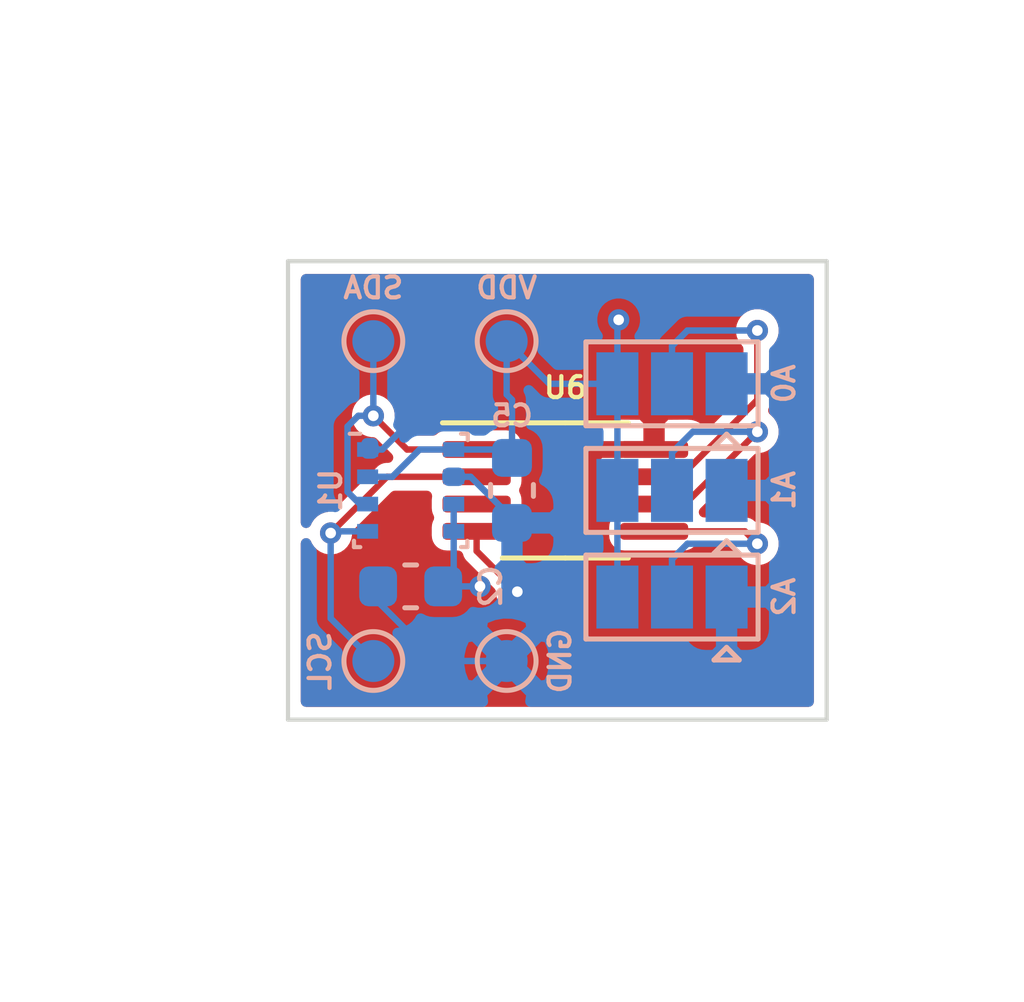
<source format=kicad_pcb>
(kicad_pcb (version 20171130) (host pcbnew "(5.1.10)-1")

  (general
    (thickness 0.8)
    (drawings 8)
    (tracks 66)
    (zones 0)
    (modules 11)
    (nets 9)
  )

  (page A4)
  (title_block
    (title "Perovskite Contact Board")
    (date 2023-07-20)
    (rev V3)
    (company "Aerospace eXperimental Payloads | UNL Aerospace Club")
    (comment 1 "Copyright (c) 2023")
    (comment 2 "Designer: JMMS")
    (comment 3 "Reviewer: WSA")
    (comment 4 "Approved: WSA")
  )

  (layers
    (0 F.Cu signal)
    (31 B.Cu signal)
    (32 B.Adhes user hide)
    (33 F.Adhes user)
    (34 B.Paste user)
    (35 F.Paste user)
    (36 B.SilkS user)
    (37 F.SilkS user)
    (38 B.Mask user)
    (39 F.Mask user)
    (40 Dwgs.User user hide)
    (41 Cmts.User user)
    (42 Eco1.User user hide)
    (43 Eco2.User user)
    (44 Edge.Cuts user)
    (45 Margin user hide)
    (46 B.CrtYd user)
    (47 F.CrtYd user)
    (48 B.Fab user hide)
    (49 F.Fab user hide)
  )

  (setup
    (last_trace_width 0.1524)
    (user_trace_width 0.1524)
    (user_trace_width 0.2286)
    (trace_clearance 0.1524)
    (zone_clearance 0.254)
    (zone_45_only no)
    (trace_min 0.1524)
    (via_size 0.8)
    (via_drill 0.4)
    (via_min_size 0.127)
    (via_min_drill 0.254)
    (user_via 0.508 0.254)
    (uvia_size 0.3)
    (uvia_drill 0.1)
    (uvias_allowed no)
    (uvia_min_size 0.2)
    (uvia_min_drill 0.1)
    (edge_width 0.1)
    (segment_width 0.2)
    (pcb_text_width 0.3)
    (pcb_text_size 1.5 1.5)
    (mod_edge_width 0.1)
    (mod_text_size 0.5 0.5)
    (mod_text_width 0.1)
    (pad_size 3.4 1.8)
    (pad_drill 0)
    (pad_to_mask_clearance 0)
    (aux_axis_origin 0 0)
    (visible_elements 7FFFFFFF)
    (pcbplotparams
      (layerselection 0x010fc_ffffffff)
      (usegerberextensions false)
      (usegerberattributes true)
      (usegerberadvancedattributes true)
      (creategerberjobfile true)
      (excludeedgelayer true)
      (linewidth 0.100000)
      (plotframeref false)
      (viasonmask false)
      (mode 1)
      (useauxorigin false)
      (hpglpennumber 1)
      (hpglpenspeed 20)
      (hpglpendiameter 15.000000)
      (psnegative false)
      (psa4output false)
      (plotreference true)
      (plotvalue true)
      (plotinvisibletext false)
      (padsonsilk false)
      (subtractmaskfromsilk false)
      (outputformat 1)
      (mirror false)
      (drillshape 0)
      (scaleselection 1)
      (outputdirectory "Gerbers"))
  )

  (net 0 "")
  (net 1 GND)
  (net 2 "Net-(U6-Pad3)")
  (net 3 VDDF)
  (net 4 "Net-(JP1-Pad2)")
  (net 5 "Net-(JP2-Pad2)")
  (net 6 "Net-(JP3-Pad2)")
  (net 7 SDA)
  (net 8 SCL)

  (net_class Default "This is the default net class."
    (clearance 0.1524)
    (trace_width 0.1524)
    (via_dia 0.8)
    (via_drill 0.4)
    (uvia_dia 0.3)
    (uvia_drill 0.1)
    (add_net GND)
    (add_net "Net-(JP1-Pad2)")
    (add_net "Net-(JP2-Pad2)")
    (add_net "Net-(JP3-Pad2)")
    (add_net "Net-(U6-Pad3)")
    (add_net SCL)
    (add_net SDA)
    (add_net VDDF)
  )

  (module Capacitor_SMD:C_0603_1608Metric (layer B.Cu) (tedit 5F68FEEE) (tstamp 65039ED2)
    (at 160.655 112.776 180)
    (descr "Capacitor SMD 0603 (1608 Metric), square (rectangular) end terminal, IPC_7351 nominal, (Body size source: IPC-SM-782 page 76, https://www.pcb-3d.com/wordpress/wp-content/uploads/ipc-sm-782a_amendment_1_and_2.pdf), generated with kicad-footprint-generator")
    (tags capacitor)
    (path /65045BA1)
    (attr smd)
    (fp_text reference C2 (at -1.905 0 90) (layer B.SilkS)
      (effects (font (size 0.5 0.5) (thickness 0.1)) (justify mirror))
    )
    (fp_text value 0.1u (at 0 -1.43) (layer B.Fab)
      (effects (font (size 1 1) (thickness 0.15)) (justify mirror))
    )
    (fp_text user %R (at 0 0) (layer B.Fab)
      (effects (font (size 0.4 0.4) (thickness 0.06)) (justify mirror))
    )
    (fp_line (start -0.8 -0.4) (end -0.8 0.4) (layer B.Fab) (width 0.1))
    (fp_line (start -0.8 0.4) (end 0.8 0.4) (layer B.Fab) (width 0.1))
    (fp_line (start 0.8 0.4) (end 0.8 -0.4) (layer B.Fab) (width 0.1))
    (fp_line (start 0.8 -0.4) (end -0.8 -0.4) (layer B.Fab) (width 0.1))
    (fp_line (start -0.14058 0.51) (end 0.14058 0.51) (layer B.SilkS) (width 0.12))
    (fp_line (start -0.14058 -0.51) (end 0.14058 -0.51) (layer B.SilkS) (width 0.12))
    (fp_line (start -1.48 -0.73) (end -1.48 0.73) (layer B.CrtYd) (width 0.05))
    (fp_line (start -1.48 0.73) (end 1.48 0.73) (layer B.CrtYd) (width 0.05))
    (fp_line (start 1.48 0.73) (end 1.48 -0.73) (layer B.CrtYd) (width 0.05))
    (fp_line (start 1.48 -0.73) (end -1.48 -0.73) (layer B.CrtYd) (width 0.05))
    (pad 2 smd roundrect (at 0.775 0 180) (size 0.9 0.95) (layers B.Cu B.Paste B.Mask) (roundrect_rratio 0.25)
      (net 1 GND))
    (pad 1 smd roundrect (at -0.775 0 180) (size 0.9 0.95) (layers B.Cu B.Paste B.Mask) (roundrect_rratio 0.25)
      (net 3 VDDF))
    (model ${KISYS3DMOD}/Capacitor_SMD.3dshapes/C_0603_1608Metric.wrl
      (at (xyz 0 0 0))
      (scale (xyz 1 1 1))
      (rotate (xyz 0 0 0))
    )
  )

  (module TestPoint:TestPoint_Pad_D1.0mm (layer B.Cu) (tedit 5A0F774F) (tstamp 6503A03A)
    (at 159.766 106.934)
    (descr "SMD pad as test Point, diameter 1.0mm")
    (tags "test point SMD pad")
    (path /64BA5ED3)
    (attr virtual)
    (fp_text reference JP103.12 (at 0 1.448) (layer F.Fab) hide
      (effects (font (size 0.5 0.5) (thickness 0.1)) (justify mirror))
    )
    (fp_text value Conn_01x01 (at 0 -1.55) (layer B.Fab)
      (effects (font (size 1 1) (thickness 0.15)) (justify mirror))
    )
    (fp_text user %R (at 0 1.45) (layer B.Fab)
      (effects (font (size 1 1) (thickness 0.15)) (justify mirror))
    )
    (fp_circle (center 0 0) (end 1 0) (layer B.CrtYd) (width 0.05))
    (fp_circle (center 0 0) (end 0 -0.7) (layer B.SilkS) (width 0.12))
    (pad 1 smd circle (at 0 0) (size 1 1) (layers B.Cu B.Mask)
      (net 7 SDA))
  )

  (module TestPoint:TestPoint_Pad_D1.0mm (layer B.Cu) (tedit 5A0F774F) (tstamp 64B95F95)
    (at 159.766 114.554)
    (descr "SMD pad as test Point, diameter 1.0mm")
    (tags "test point SMD pad")
    (path /64BA5848)
    (attr virtual)
    (fp_text reference JP103.11 (at 0 1.448) (layer F.Fab) hide
      (effects (font (size 0.5 0.5) (thickness 0.1)) (justify mirror))
    )
    (fp_text value Conn_01x01 (at 0 -1.55) (layer B.Fab)
      (effects (font (size 1 1) (thickness 0.15)) (justify mirror))
    )
    (fp_text user %R (at 0 1.45) (layer B.Fab)
      (effects (font (size 1 1) (thickness 0.15)) (justify mirror))
    )
    (fp_circle (center 0 0) (end 1 0) (layer B.CrtYd) (width 0.05))
    (fp_circle (center 0 0) (end 0 -0.7) (layer B.SilkS) (width 0.12))
    (pad 1 smd circle (at 0 0) (size 1 1) (layers B.Cu B.Mask)
      (net 8 SCL))
  )

  (module TestPoint:TestPoint_Pad_D1.0mm (layer B.Cu) (tedit 5A0F774F) (tstamp 64B95F85)
    (at 162.941 106.934)
    (descr "SMD pad as test Point, diameter 1.0mm")
    (tags "test point SMD pad")
    (path /64B988DA)
    (attr virtual)
    (fp_text reference JP103.10 (at 0 1.448) (layer F.Fab) hide
      (effects (font (size 0.5 0.5) (thickness 0.1)) (justify mirror))
    )
    (fp_text value Conn_01x01 (at 0 -1.55) (layer B.Fab)
      (effects (font (size 1 1) (thickness 0.15)) (justify mirror))
    )
    (fp_text user %R (at 0 1.45) (layer B.Fab)
      (effects (font (size 1 1) (thickness 0.15)) (justify mirror))
    )
    (fp_circle (center 0 0) (end 1 0) (layer B.CrtYd) (width 0.05))
    (fp_circle (center 0 0) (end 0 -0.7) (layer B.SilkS) (width 0.12))
    (pad 1 smd circle (at 0 0) (size 1 1) (layers B.Cu B.Mask)
      (net 3 VDDF))
  )

  (module TestPoint:TestPoint_Pad_D1.0mm (layer B.Cu) (tedit 5A0F774F) (tstamp 64B48438)
    (at 162.941 114.554 90)
    (descr "SMD pad as test Point, diameter 1.0mm")
    (tags "test point SMD pad")
    (path /64B5D0FC)
    (attr virtual)
    (fp_text reference JP103.1 (at 0 1.448 90) (layer F.Fab) hide
      (effects (font (size 0.5 0.5) (thickness 0.1)) (justify mirror))
    )
    (fp_text value Conn_01x01 (at 0 -1.55 90) (layer B.Fab)
      (effects (font (size 1 1) (thickness 0.15)) (justify mirror))
    )
    (fp_text user %R (at 0 1.45 90) (layer B.Fab)
      (effects (font (size 1 1) (thickness 0.15)) (justify mirror))
    )
    (fp_circle (center 0 0) (end 1 0) (layer B.CrtYd) (width 0.05))
    (fp_circle (center 0 0) (end 0 -0.7) (layer B.SilkS) (width 0.12))
    (pad 1 smd circle (at 0 0 90) (size 1 1) (layers B.Cu B.Mask)
      (net 1 GND))
  )

  (module Package_LGA:Bosch_LGA-8_2.5x2.5mm_P0.65mm_ClockwisePinNumbering (layer B.Cu) (tedit 5A0FA816) (tstamp 65039B0A)
    (at 160.655 110.49 270)
    (descr LGA-8)
    (tags "lga land grid array")
    (path /6503A016)
    (attr smd)
    (fp_text reference U1 (at 0 1.905 90) (layer B.SilkS)
      (effects (font (size 0.5 0.5) (thickness 0.1)) (justify mirror))
    )
    (fp_text value BME280 (at 0.015 -2.535 90) (layer B.Fab)
      (effects (font (size 1 1) (thickness 0.15)) (justify mirror))
    )
    (fp_text user %R (at 0 0 270) (layer B.Fab)
      (effects (font (size 0.5 0.5) (thickness 0.075)) (justify mirror))
    )
    (fp_line (start -1.35 -1.36) (end -1.2 -1.36) (layer B.SilkS) (width 0.1))
    (fp_line (start -1.25 0.5) (end -0.5 1.25) (layer B.Fab) (width 0.1))
    (fp_line (start -1.35 -1.35) (end -1.35 -1.2) (layer B.SilkS) (width 0.1))
    (fp_line (start 1.35 -1.35) (end 1.35 -1.2) (layer B.SilkS) (width 0.1))
    (fp_line (start 1.35 -1.35) (end 1.2 -1.35) (layer B.SilkS) (width 0.1))
    (fp_line (start 1.2 1.35) (end 1.35 1.35) (layer B.SilkS) (width 0.1))
    (fp_line (start 1.35 1.35) (end 1.35 1.2) (layer B.SilkS) (width 0.1))
    (fp_line (start -1.35 1.2) (end -1.35 1.45) (layer B.SilkS) (width 0.1))
    (fp_line (start -1.25 -1.25) (end -1.25 0.5) (layer B.Fab) (width 0.1))
    (fp_line (start -0.5 1.25) (end 1.25 1.25) (layer B.Fab) (width 0.1))
    (fp_line (start 1.25 1.25) (end 1.25 -1.25) (layer B.Fab) (width 0.1))
    (fp_line (start 1.25 -1.25) (end -1.25 -1.25) (layer B.Fab) (width 0.1))
    (fp_line (start -1.41 -1.54) (end -1.41 1.54) (layer B.CrtYd) (width 0.05))
    (fp_line (start -1.41 1.54) (end 1.41 1.54) (layer B.CrtYd) (width 0.05))
    (fp_line (start 1.41 1.54) (end 1.41 -1.54) (layer B.CrtYd) (width 0.05))
    (fp_line (start 1.41 -1.54) (end -1.41 -1.54) (layer B.CrtYd) (width 0.05))
    (pad 5 smd rect (at 0.975 -1.025 180) (size 0.5 0.35) (layers B.Cu B.Paste B.Mask)
      (net 3 VDDF))
    (pad 6 smd rect (at 0.325 -1.025 180) (size 0.5 0.35) (layers B.Cu B.Paste B.Mask)
      (net 3 VDDF))
    (pad 7 smd rect (at -0.325 -1.025 180) (size 0.5 0.35) (layers B.Cu B.Paste B.Mask)
      (net 1 GND))
    (pad 8 smd rect (at -0.975 -1.025 180) (size 0.5 0.35) (layers B.Cu B.Paste B.Mask)
      (net 3 VDDF))
    (pad 1 smd rect (at -0.975 1.025 180) (size 0.5 0.35) (layers B.Cu B.Paste B.Mask)
      (net 1 GND))
    (pad 2 smd rect (at -0.325 1.025 180) (size 0.5 0.35) (layers B.Cu B.Paste B.Mask)
      (net 3 VDDF))
    (pad 3 smd rect (at 0.325 1.025 180) (size 0.5 0.35) (layers B.Cu B.Paste B.Mask)
      (net 7 SDA))
    (pad 4 smd rect (at 0.975 1.025 180) (size 0.5 0.35) (layers B.Cu B.Paste B.Mask)
      (net 8 SCL))
    (model ${KISYS3DMOD}/Package_LGA.3dshapes/Bosch_LGA-8_2.5x2.5mm_P0.65mm_ClockwisePinNumbering.wrl
      (offset (xyz 0.01500000025472259 -0.03500000059435272 0))
      (scale (xyz 1 1 1))
      (rotate (xyz 0 0 0))
    )
  )

  (module Package_SO:MSOP-8_3x3mm_P0.65mm (layer F.Cu) (tedit 5E509FDD) (tstamp 64B484EF)
    (at 164.338 110.49)
    (descr "MSOP, 8 Pin (https://www.jedec.org/system/files/docs/mo-187F.pdf variant AA), generated with kicad-footprint-generator ipc_gullwing_generator.py")
    (tags "MSOP SO")
    (path /636A02E7)
    (attr smd)
    (fp_text reference U6 (at 0 -2.45) (layer F.SilkS)
      (effects (font (size 0.5 0.5) (thickness 0.1)))
    )
    (fp_text value MCP9808_MSOP (at 0 2.45) (layer F.Fab)
      (effects (font (size 1 1) (thickness 0.15)))
    )
    (fp_line (start 3.18 -1.75) (end -3.18 -1.75) (layer F.CrtYd) (width 0.05))
    (fp_line (start 3.18 1.75) (end 3.18 -1.75) (layer F.CrtYd) (width 0.05))
    (fp_line (start -3.18 1.75) (end 3.18 1.75) (layer F.CrtYd) (width 0.05))
    (fp_line (start -3.18 -1.75) (end -3.18 1.75) (layer F.CrtYd) (width 0.05))
    (fp_line (start -1.5 -0.75) (end -0.75 -1.5) (layer F.Fab) (width 0.1))
    (fp_line (start -1.5 1.5) (end -1.5 -0.75) (layer F.Fab) (width 0.1))
    (fp_line (start 1.5 1.5) (end -1.5 1.5) (layer F.Fab) (width 0.1))
    (fp_line (start 1.5 -1.5) (end 1.5 1.5) (layer F.Fab) (width 0.1))
    (fp_line (start -0.75 -1.5) (end 1.5 -1.5) (layer F.Fab) (width 0.1))
    (fp_line (start 0 -1.61) (end -2.925 -1.61) (layer F.SilkS) (width 0.12))
    (fp_line (start 0 -1.61) (end 1.5 -1.61) (layer F.SilkS) (width 0.12))
    (fp_line (start 0 1.61) (end -1.5 1.61) (layer F.SilkS) (width 0.12))
    (fp_line (start 0 1.61) (end 1.5 1.61) (layer F.SilkS) (width 0.12))
    (fp_text user %R (at 0 0) (layer F.Fab)
      (effects (font (size 0.75 0.75) (thickness 0.11)))
    )
    (pad 8 smd roundrect (at 2.1125 -0.975) (size 1.625 0.4) (layers F.Cu F.Paste F.Mask) (roundrect_rratio 0.25)
      (net 3 VDDF))
    (pad 7 smd roundrect (at 2.1125 -0.325) (size 1.625 0.4) (layers F.Cu F.Paste F.Mask) (roundrect_rratio 0.25)
      (net 6 "Net-(JP3-Pad2)"))
    (pad 6 smd roundrect (at 2.1125 0.325) (size 1.625 0.4) (layers F.Cu F.Paste F.Mask) (roundrect_rratio 0.25)
      (net 5 "Net-(JP2-Pad2)"))
    (pad 5 smd roundrect (at 2.1125 0.975) (size 1.625 0.4) (layers F.Cu F.Paste F.Mask) (roundrect_rratio 0.25)
      (net 4 "Net-(JP1-Pad2)"))
    (pad 4 smd roundrect (at -2.1125 0.975) (size 1.625 0.4) (layers F.Cu F.Paste F.Mask) (roundrect_rratio 0.25)
      (net 1 GND))
    (pad 3 smd roundrect (at -2.1125 0.325) (size 1.625 0.4) (layers F.Cu F.Paste F.Mask) (roundrect_rratio 0.25)
      (net 2 "Net-(U6-Pad3)"))
    (pad 2 smd roundrect (at -2.1125 -0.325) (size 1.625 0.4) (layers F.Cu F.Paste F.Mask) (roundrect_rratio 0.25)
      (net 8 SCL))
    (pad 1 smd roundrect (at -2.1125 -0.975) (size 1.625 0.4) (layers F.Cu F.Paste F.Mask) (roundrect_rratio 0.25)
      (net 7 SDA))
    (model ${KISYS3DMOD}/Package_SO.3dshapes/MSOP-8_3x3mm_P0.65mm.wrl
      (at (xyz 0 0 0))
      (scale (xyz 1 1 1))
      (rotate (xyz 0 0 0))
    )
  )

  (module Jumper:SolderJumper-3_P1.3mm_Open_Pad1.0x1.5mm (layer B.Cu) (tedit 5A3F8BB2) (tstamp 6503F3AE)
    (at 166.878 107.95 180)
    (descr "SMD Solder 3-pad Jumper, 1x1.5mm Pads, 0.3mm gap, open")
    (tags "solder jumper open")
    (path /6503A4BD)
    (attr virtual)
    (fp_text reference A0 (at -2.667 0 90) (layer B.SilkS)
      (effects (font (size 0.5 0.5) (thickness 0.1)) (justify mirror))
    )
    (fp_text value Jumper_3_Open (at 0 -2) (layer B.Fab)
      (effects (font (size 1 1) (thickness 0.15)) (justify mirror))
    )
    (fp_line (start 2.3 -1.25) (end -2.3 -1.25) (layer B.CrtYd) (width 0.05))
    (fp_line (start 2.3 -1.25) (end 2.3 1.25) (layer B.CrtYd) (width 0.05))
    (fp_line (start -2.3 1.25) (end -2.3 -1.25) (layer B.CrtYd) (width 0.05))
    (fp_line (start -2.3 1.25) (end 2.3 1.25) (layer B.CrtYd) (width 0.05))
    (fp_line (start -2.05 1) (end 2.05 1) (layer B.SilkS) (width 0.12))
    (fp_line (start 2.05 1) (end 2.05 -1) (layer B.SilkS) (width 0.12))
    (fp_line (start 2.05 -1) (end -2.05 -1) (layer B.SilkS) (width 0.12))
    (fp_line (start -2.05 -1) (end -2.05 1) (layer B.SilkS) (width 0.12))
    (fp_line (start -1.3 -1.2) (end -1.6 -1.5) (layer B.SilkS) (width 0.12))
    (fp_line (start -1.6 -1.5) (end -1 -1.5) (layer B.SilkS) (width 0.12))
    (fp_line (start -1.3 -1.2) (end -1 -1.5) (layer B.SilkS) (width 0.12))
    (pad 1 smd rect (at -1.3 0 180) (size 1 1.5) (layers B.Cu B.Mask)
      (net 1 GND))
    (pad 2 smd rect (at 0 0 180) (size 1 1.5) (layers B.Cu B.Mask)
      (net 6 "Net-(JP3-Pad2)"))
    (pad 3 smd rect (at 1.3 0 180) (size 1 1.5) (layers B.Cu B.Mask)
      (net 3 VDDF))
  )

  (module Jumper:SolderJumper-3_P1.3mm_Open_Pad1.0x1.5mm (layer B.Cu) (tedit 5A3F8BB2) (tstamp 6503F39C)
    (at 166.878 110.49 180)
    (descr "SMD Solder 3-pad Jumper, 1x1.5mm Pads, 0.3mm gap, open")
    (tags "solder jumper open")
    (path /6503B865)
    (attr virtual)
    (fp_text reference A1 (at -2.667 0 90) (layer B.SilkS)
      (effects (font (size 0.5 0.5) (thickness 0.1)) (justify mirror))
    )
    (fp_text value Jumper_3_Open (at 0 -2) (layer B.Fab)
      (effects (font (size 1 1) (thickness 0.15)) (justify mirror))
    )
    (fp_line (start 2.3 -1.25) (end -2.3 -1.25) (layer B.CrtYd) (width 0.05))
    (fp_line (start 2.3 -1.25) (end 2.3 1.25) (layer B.CrtYd) (width 0.05))
    (fp_line (start -2.3 1.25) (end -2.3 -1.25) (layer B.CrtYd) (width 0.05))
    (fp_line (start -2.3 1.25) (end 2.3 1.25) (layer B.CrtYd) (width 0.05))
    (fp_line (start -2.05 1) (end 2.05 1) (layer B.SilkS) (width 0.12))
    (fp_line (start 2.05 1) (end 2.05 -1) (layer B.SilkS) (width 0.12))
    (fp_line (start 2.05 -1) (end -2.05 -1) (layer B.SilkS) (width 0.12))
    (fp_line (start -2.05 -1) (end -2.05 1) (layer B.SilkS) (width 0.12))
    (fp_line (start -1.3 -1.2) (end -1.6 -1.5) (layer B.SilkS) (width 0.12))
    (fp_line (start -1.6 -1.5) (end -1 -1.5) (layer B.SilkS) (width 0.12))
    (fp_line (start -1.3 -1.2) (end -1 -1.5) (layer B.SilkS) (width 0.12))
    (pad 1 smd rect (at -1.3 0 180) (size 1 1.5) (layers B.Cu B.Mask)
      (net 1 GND))
    (pad 2 smd rect (at 0 0 180) (size 1 1.5) (layers B.Cu B.Mask)
      (net 5 "Net-(JP2-Pad2)"))
    (pad 3 smd rect (at 1.3 0 180) (size 1 1.5) (layers B.Cu B.Mask)
      (net 3 VDDF))
  )

  (module Jumper:SolderJumper-3_P1.3mm_Open_Pad1.0x1.5mm (layer B.Cu) (tedit 5A3F8BB2) (tstamp 6503F38A)
    (at 166.878 113.03 180)
    (descr "SMD Solder 3-pad Jumper, 1x1.5mm Pads, 0.3mm gap, open")
    (tags "solder jumper open")
    (path /6503BDE7)
    (attr virtual)
    (fp_text reference A2 (at -2.667 0 90) (layer B.SilkS)
      (effects (font (size 0.5 0.5) (thickness 0.1)) (justify mirror))
    )
    (fp_text value Jumper_3_Open (at 0 -2) (layer B.Fab)
      (effects (font (size 1 1) (thickness 0.15)) (justify mirror))
    )
    (fp_line (start 2.3 -1.25) (end -2.3 -1.25) (layer B.CrtYd) (width 0.05))
    (fp_line (start 2.3 -1.25) (end 2.3 1.25) (layer B.CrtYd) (width 0.05))
    (fp_line (start -2.3 1.25) (end -2.3 -1.25) (layer B.CrtYd) (width 0.05))
    (fp_line (start -2.3 1.25) (end 2.3 1.25) (layer B.CrtYd) (width 0.05))
    (fp_line (start -2.05 1) (end 2.05 1) (layer B.SilkS) (width 0.12))
    (fp_line (start 2.05 1) (end 2.05 -1) (layer B.SilkS) (width 0.12))
    (fp_line (start 2.05 -1) (end -2.05 -1) (layer B.SilkS) (width 0.12))
    (fp_line (start -2.05 -1) (end -2.05 1) (layer B.SilkS) (width 0.12))
    (fp_line (start -1.3 -1.2) (end -1.6 -1.5) (layer B.SilkS) (width 0.12))
    (fp_line (start -1.6 -1.5) (end -1 -1.5) (layer B.SilkS) (width 0.12))
    (fp_line (start -1.3 -1.2) (end -1 -1.5) (layer B.SilkS) (width 0.12))
    (pad 1 smd rect (at -1.3 0 180) (size 1 1.5) (layers B.Cu B.Mask)
      (net 1 GND))
    (pad 2 smd rect (at 0 0 180) (size 1 1.5) (layers B.Cu B.Mask)
      (net 4 "Net-(JP1-Pad2)"))
    (pad 3 smd rect (at 1.3 0 180) (size 1 1.5) (layers B.Cu B.Mask)
      (net 3 VDDF))
  )

  (module Capacitor_SMD:C_0603_1608Metric (layer B.Cu) (tedit 5F68FEEE) (tstamp 64F817EA)
    (at 163.068 110.49 270)
    (descr "Capacitor SMD 0603 (1608 Metric), square (rectangular) end terminal, IPC_7351 nominal, (Body size source: IPC-SM-782 page 76, https://www.pcb-3d.com/wordpress/wp-content/uploads/ipc-sm-782a_amendment_1_and_2.pdf), generated with kicad-footprint-generator")
    (tags capacitor)
    (path /64F82799)
    (attr smd)
    (fp_text reference C5 (at -1.778 0 180) (layer B.SilkS)
      (effects (font (size 0.5 0.5) (thickness 0.1)) (justify mirror))
    )
    (fp_text value 0.1u (at 0 -1.43 90) (layer B.Fab)
      (effects (font (size 1 1) (thickness 0.15)) (justify mirror))
    )
    (fp_line (start 1.48 -0.73) (end -1.48 -0.73) (layer B.CrtYd) (width 0.05))
    (fp_line (start 1.48 0.73) (end 1.48 -0.73) (layer B.CrtYd) (width 0.05))
    (fp_line (start -1.48 0.73) (end 1.48 0.73) (layer B.CrtYd) (width 0.05))
    (fp_line (start -1.48 -0.73) (end -1.48 0.73) (layer B.CrtYd) (width 0.05))
    (fp_line (start -0.14058 -0.51) (end 0.14058 -0.51) (layer B.SilkS) (width 0.12))
    (fp_line (start -0.14058 0.51) (end 0.14058 0.51) (layer B.SilkS) (width 0.12))
    (fp_line (start 0.8 -0.4) (end -0.8 -0.4) (layer B.Fab) (width 0.1))
    (fp_line (start 0.8 0.4) (end 0.8 -0.4) (layer B.Fab) (width 0.1))
    (fp_line (start -0.8 0.4) (end 0.8 0.4) (layer B.Fab) (width 0.1))
    (fp_line (start -0.8 -0.4) (end -0.8 0.4) (layer B.Fab) (width 0.1))
    (fp_text user %R (at 0 0 90) (layer B.Fab)
      (effects (font (size 0.4 0.4) (thickness 0.06)) (justify mirror))
    )
    (pad 2 smd roundrect (at 0.775 0 270) (size 0.9 0.95) (layers B.Cu B.Paste B.Mask) (roundrect_rratio 0.25)
      (net 1 GND))
    (pad 1 smd roundrect (at -0.775 0 270) (size 0.9 0.95) (layers B.Cu B.Paste B.Mask) (roundrect_rratio 0.25)
      (net 3 VDDF))
    (model ${KISYS3DMOD}/Capacitor_SMD.3dshapes/C_0603_1608Metric.wrl
      (at (xyz 0 0 0))
      (scale (xyz 1 1 1))
      (rotate (xyz 0 0 0))
    )
  )

  (gr_text SDA (at 159.766 105.664) (layer B.SilkS) (tstamp 6503AE86)
    (effects (font (size 0.5 0.5) (thickness 0.1)) (justify mirror))
  )
  (gr_line (start 157.734 115.951) (end 157.734 105.029) (layer Edge.Cuts) (width 0.1) (tstamp 64FDE240))
  (gr_line (start 170.561 115.951) (end 157.734 115.951) (layer Edge.Cuts) (width 0.1))
  (gr_line (start 170.561 105.029) (end 170.561 115.951) (layer Edge.Cuts) (width 0.1))
  (gr_line (start 157.734 105.029) (end 170.561 105.029) (layer Edge.Cuts) (width 0.1))
  (gr_text GND (at 164.211 114.554 90) (layer B.SilkS) (tstamp 64B9ED28)
    (effects (font (size 0.5 0.5) (thickness 0.1)) (justify mirror))
  )
  (gr_text VDD (at 162.941 105.664) (layer B.SilkS) (tstamp 64B9ED27)
    (effects (font (size 0.5 0.5) (thickness 0.1)) (justify mirror))
  )
  (gr_text SCL (at 158.496 114.554 90) (layer B.SilkS) (tstamp 64B9744D)
    (effects (font (size 0.5 0.5) (thickness 0.1)) (justify mirror))
  )

  (segment (start 159.88 112.776) (end 159.88 113.144) (width 0.1524) (layer B.Cu) (net 1))
  (segment (start 161.29 114.554) (end 162.941 114.554) (width 0.1524) (layer B.Cu) (net 1))
  (segment (start 159.88 113.144) (end 161.29 114.554) (width 0.1524) (layer B.Cu) (net 1))
  (segment (start 162.941 111.0236) (end 162.941 111.265) (width 0.1524) (layer B.Cu) (net 1))
  (segment (start 162.0824 110.165) (end 162.941 111.0236) (width 0.1524) (layer B.Cu) (net 1))
  (segment (start 161.68 110.165) (end 162.0824 110.165) (width 0.1524) (layer B.Cu) (net 1))
  (segment (start 159.63 109.515) (end 159.979 109.515) (width 0.1524) (layer B.Cu) (net 1))
  (segment (start 159.979 109.515) (end 160.528 108.966) (width 0.1524) (layer B.Cu) (net 1))
  (segment (start 160.528 108.966) (end 160.782 108.966) (width 0.1524) (layer B.Cu) (net 1))
  (via (at 163.195 112.903) (size 0.508) (drill 0.254) (layers F.Cu B.Cu) (net 1))
  (segment (start 162.2255 111.9335) (end 163.195 112.903) (width 0.1524) (layer F.Cu) (net 1))
  (segment (start 162.2255 111.465) (end 162.2255 111.9335) (width 0.1524) (layer F.Cu) (net 1))
  (segment (start 165.578 107.95) (end 165.578 113.03) (width 0.1524) (layer B.Cu) (net 3))
  (segment (start 163.957 107.95) (end 162.941 106.934) (width 0.1524) (layer B.Cu) (net 3))
  (segment (start 165.578 107.95) (end 163.957 107.95) (width 0.1524) (layer B.Cu) (net 3))
  (via (at 165.608 106.426) (size 0.508) (drill 0.254) (layers F.Cu B.Cu) (net 3))
  (segment (start 165.578 106.456) (end 165.608 106.426) (width 0.1524) (layer B.Cu) (net 3))
  (segment (start 165.578 107.95) (end 165.578 106.456) (width 0.1524) (layer B.Cu) (net 3))
  (segment (start 161.68 111.465) (end 161.68 110.815) (width 0.1524) (layer B.Cu) (net 3))
  (segment (start 159.63 110.165) (end 160.218 110.165) (width 0.1524) (layer B.Cu) (net 3))
  (segment (start 160.868 109.515) (end 161.68 109.515) (width 0.1524) (layer B.Cu) (net 3))
  (segment (start 160.218 110.165) (end 160.868 109.515) (width 0.1524) (layer B.Cu) (net 3))
  (segment (start 161.68 112.526) (end 161.43 112.776) (width 0.1524) (layer B.Cu) (net 3))
  (segment (start 161.68 111.465) (end 161.68 112.526) (width 0.1524) (layer B.Cu) (net 3))
  (via (at 162.306 112.776) (size 0.508) (drill 0.254) (layers F.Cu B.Cu) (net 3))
  (segment (start 161.43 112.776) (end 162.306 112.776) (width 0.1524) (layer B.Cu) (net 3))
  (segment (start 162.868 109.515) (end 163.068 109.715) (width 0.1524) (layer B.Cu) (net 3))
  (segment (start 161.68 109.515) (end 162.868 109.515) (width 0.1524) (layer B.Cu) (net 3))
  (segment (start 163.068 109.715) (end 163.068 108.331) (width 0.1524) (layer B.Cu) (net 3))
  (segment (start 162.941 108.204) (end 162.941 106.934) (width 0.1524) (layer B.Cu) (net 3))
  (segment (start 163.068 108.331) (end 162.941 108.204) (width 0.1524) (layer B.Cu) (net 3))
  (via (at 168.91 111.76) (size 0.508) (drill 0.254) (layers F.Cu B.Cu) (net 4))
  (segment (start 167.2456 111.76) (end 168.91 111.76) (width 0.1524) (layer B.Cu) (net 4))
  (segment (start 166.878 112.1276) (end 167.2456 111.76) (width 0.1524) (layer B.Cu) (net 4))
  (segment (start 166.878 113.03) (end 166.878 112.1276) (width 0.1524) (layer B.Cu) (net 4))
  (segment (start 168.615 111.465) (end 168.91 111.76) (width 0.1524) (layer F.Cu) (net 4))
  (segment (start 166.4505 111.465) (end 168.615 111.465) (width 0.1524) (layer F.Cu) (net 4))
  (via (at 168.91 109.093) (size 0.508) (drill 0.254) (layers F.Cu B.Cu) (net 5))
  (segment (start 167.3726 109.093) (end 168.91 109.093) (width 0.1524) (layer B.Cu) (net 5))
  (segment (start 166.878 109.5876) (end 167.3726 109.093) (width 0.1524) (layer B.Cu) (net 5))
  (segment (start 166.878 110.49) (end 166.878 109.5876) (width 0.1524) (layer B.Cu) (net 5))
  (segment (start 167.188 110.815) (end 168.91 109.093) (width 0.1524) (layer F.Cu) (net 5))
  (segment (start 166.4505 110.815) (end 167.188 110.815) (width 0.1524) (layer F.Cu) (net 5))
  (via (at 168.91 106.68) (size 0.508) (drill 0.254) (layers F.Cu B.Cu) (net 6))
  (segment (start 167.2456 106.68) (end 168.91 106.68) (width 0.1524) (layer B.Cu) (net 6))
  (segment (start 166.878 107.0476) (end 167.2456 106.68) (width 0.1524) (layer B.Cu) (net 6))
  (segment (start 166.878 107.95) (end 166.878 107.0476) (width 0.1524) (layer B.Cu) (net 6))
  (segment (start 168.91 108.332726) (end 168.91 106.68) (width 0.1524) (layer F.Cu) (net 6))
  (segment (start 167.077726 110.165) (end 168.91 108.332726) (width 0.1524) (layer F.Cu) (net 6))
  (segment (start 166.4505 110.165) (end 167.077726 110.165) (width 0.1524) (layer F.Cu) (net 6))
  (via (at 159.766 108.712) (size 0.508) (drill 0.254) (layers F.Cu B.Cu) (net 7))
  (segment (start 160.569 109.515) (end 159.766 108.712) (width 0.1524) (layer F.Cu) (net 7))
  (segment (start 162.2255 109.515) (end 160.569 109.515) (width 0.1524) (layer F.Cu) (net 7))
  (segment (start 159.766 108.712) (end 159.766 106.934) (width 0.1524) (layer B.Cu) (net 7))
  (segment (start 159.40679 108.712) (end 159.766 108.712) (width 0.1524) (layer B.Cu) (net 7))
  (segment (start 159.151399 108.967391) (end 159.40679 108.712) (width 0.1524) (layer B.Cu) (net 7))
  (segment (start 159.151399 110.522881) (end 159.151399 108.967391) (width 0.1524) (layer B.Cu) (net 7))
  (segment (start 159.443518 110.815) (end 159.151399 110.522881) (width 0.1524) (layer B.Cu) (net 7))
  (segment (start 159.63 110.815) (end 159.443518 110.815) (width 0.1524) (layer B.Cu) (net 7))
  (via (at 158.75 111.506) (size 0.508) (drill 0.254) (layers F.Cu B.Cu) (net 8))
  (segment (start 160.091 110.165) (end 158.75 111.506) (width 0.1524) (layer F.Cu) (net 8))
  (segment (start 162.2255 110.165) (end 160.091 110.165) (width 0.1524) (layer F.Cu) (net 8))
  (segment (start 158.791 111.465) (end 158.75 111.506) (width 0.1524) (layer B.Cu) (net 8))
  (segment (start 159.63 111.465) (end 158.791 111.465) (width 0.1524) (layer B.Cu) (net 8))
  (segment (start 158.75 113.538) (end 159.766 114.554) (width 0.1524) (layer B.Cu) (net 8))
  (segment (start 158.75 111.506) (end 158.75 113.538) (width 0.1524) (layer B.Cu) (net 8))

  (zone (net 1) (net_name GND) (layer B.Cu) (tstamp 6504016A) (hatch edge 0.508)
    (connect_pads (clearance 0.254))
    (min_thickness 0.254)
    (fill yes (arc_segments 32) (thermal_gap 0.508) (thermal_bridge_width 0.508))
    (polygon
      (pts
        (xy 175.26 122.682) (xy 150.876 122.682) (xy 150.876 98.806) (xy 175.26 98.806)
      )
    )
    (filled_polygon
      (pts
        (xy 170.130001 115.52) (xy 163.50866 115.52) (xy 163.539561 115.332166) (xy 162.941 114.733605) (xy 162.342439 115.332166)
        (xy 162.37334 115.52) (xy 158.165 115.52) (xy 158.165 111.753019) (xy 158.187271 111.806785) (xy 158.256764 111.910789)
        (xy 158.2928 111.946825) (xy 158.292801 113.51554) (xy 158.290589 113.538) (xy 158.299416 113.627626) (xy 158.32556 113.713809)
        (xy 158.361761 113.781537) (xy 158.368014 113.793236) (xy 158.425148 113.862853) (xy 158.442593 113.87717) (xy 158.909497 114.344074)
        (xy 158.885 114.467229) (xy 158.885 114.640771) (xy 158.918856 114.810978) (xy 158.985268 114.97131) (xy 159.081682 115.115605)
        (xy 159.204395 115.238318) (xy 159.34869 115.334732) (xy 159.509022 115.401144) (xy 159.679229 115.435) (xy 159.852771 115.435)
        (xy 160.022978 115.401144) (xy 160.18331 115.334732) (xy 160.327605 115.238318) (xy 160.450318 115.115605) (xy 160.546732 114.97131)
        (xy 160.613144 114.810978) (xy 160.647 114.640771) (xy 160.647 114.636406) (xy 161.803489 114.636406) (xy 161.841423 114.85674)
        (xy 161.921613 115.06544) (xy 161.949412 115.11745) (xy 162.162834 115.152561) (xy 162.761395 114.554) (xy 163.120605 114.554)
        (xy 163.719166 115.152561) (xy 163.932588 115.11745) (xy 164.023458 114.913174) (xy 164.072731 114.695095) (xy 164.078511 114.471594)
        (xy 164.040577 114.25126) (xy 163.960387 114.04256) (xy 163.932588 113.99055) (xy 163.719166 113.955439) (xy 163.120605 114.554)
        (xy 162.761395 114.554) (xy 162.162834 113.955439) (xy 161.949412 113.99055) (xy 161.858542 114.194826) (xy 161.809269 114.412905)
        (xy 161.803489 114.636406) (xy 160.647 114.636406) (xy 160.647 114.467229) (xy 160.613144 114.297022) (xy 160.546732 114.13669)
        (xy 160.450318 113.992395) (xy 160.345471 113.887548) (xy 160.454482 113.876812) (xy 160.57418 113.840502) (xy 160.684494 113.781537)
        (xy 160.691443 113.775834) (xy 162.342439 113.775834) (xy 162.941 114.374395) (xy 163.539561 113.775834) (xy 163.50445 113.562412)
        (xy 163.300174 113.471542) (xy 163.082095 113.422269) (xy 162.858594 113.416489) (xy 162.63826 113.454423) (xy 162.42956 113.534613)
        (xy 162.37755 113.562412) (xy 162.342439 113.775834) (xy 160.691443 113.775834) (xy 160.781185 113.702185) (xy 160.860537 113.605494)
        (xy 160.892843 113.545055) (xy 160.972389 113.587574) (xy 161.086416 113.622163) (xy 161.205 113.633843) (xy 161.655 113.633843)
        (xy 161.773584 113.622163) (xy 161.887611 113.587574) (xy 161.992699 113.531403) (xy 162.08481 113.45581) (xy 162.138687 113.39016)
        (xy 162.243458 113.411) (xy 162.368542 113.411) (xy 162.491223 113.386597) (xy 162.606785 113.338729) (xy 162.710789 113.269236)
        (xy 162.799236 113.180789) (xy 162.868729 113.076785) (xy 162.916597 112.961223) (xy 162.941 112.838542) (xy 162.941 112.713458)
        (xy 162.916597 112.590777) (xy 162.868729 112.475215) (xy 162.799236 112.371211) (xy 162.778092 112.350067) (xy 162.78225 112.35)
        (xy 162.941 112.19125) (xy 162.941 111.392) (xy 163.195 111.392) (xy 163.195 112.19125) (xy 163.35375 112.35)
        (xy 163.543 112.353072) (xy 163.667482 112.340812) (xy 163.78718 112.304502) (xy 163.897494 112.245537) (xy 163.994185 112.166185)
        (xy 164.073537 112.069494) (xy 164.132502 111.95918) (xy 164.168812 111.839482) (xy 164.181072 111.715) (xy 164.178 111.55075)
        (xy 164.01925 111.392) (xy 163.195 111.392) (xy 162.941 111.392) (xy 162.921 111.392) (xy 162.921 111.138)
        (xy 162.941 111.138) (xy 162.941 111.118) (xy 163.195 111.118) (xy 163.195 111.138) (xy 164.01925 111.138)
        (xy 164.178 110.97925) (xy 164.181072 110.815) (xy 164.168812 110.690518) (xy 164.132502 110.57082) (xy 164.073537 110.460506)
        (xy 163.994185 110.363815) (xy 163.897494 110.284463) (xy 163.837055 110.252157) (xy 163.879574 110.172611) (xy 163.914163 110.058584)
        (xy 163.925843 109.94) (xy 163.925843 109.49) (xy 163.914163 109.371416) (xy 163.879574 109.257389) (xy 163.823403 109.152301)
        (xy 163.74781 109.06019) (xy 163.655699 108.984597) (xy 163.550611 108.928426) (xy 163.5252 108.920718) (xy 163.5252 108.353449)
        (xy 163.527411 108.330999) (xy 163.5252 108.308549) (xy 163.5252 108.30854) (xy 163.518585 108.241373) (xy 163.492441 108.155191)
        (xy 163.465834 108.105412) (xy 163.61783 108.257408) (xy 163.632147 108.274853) (xy 163.701764 108.331987) (xy 163.781191 108.374441)
        (xy 163.867373 108.400585) (xy 163.93454 108.4072) (xy 163.93455 108.4072) (xy 163.957 108.409411) (xy 163.97945 108.4072)
        (xy 164.695157 108.4072) (xy 164.695157 108.7) (xy 164.702513 108.774689) (xy 164.724299 108.846508) (xy 164.759678 108.912696)
        (xy 164.807289 108.970711) (xy 164.865304 109.018322) (xy 164.931492 109.053701) (xy 165.003311 109.075487) (xy 165.078 109.082843)
        (xy 165.1208 109.082843) (xy 165.1208 109.357157) (xy 165.078 109.357157) (xy 165.003311 109.364513) (xy 164.931492 109.386299)
        (xy 164.865304 109.421678) (xy 164.807289 109.469289) (xy 164.759678 109.527304) (xy 164.724299 109.593492) (xy 164.702513 109.665311)
        (xy 164.695157 109.74) (xy 164.695157 111.24) (xy 164.702513 111.314689) (xy 164.724299 111.386508) (xy 164.759678 111.452696)
        (xy 164.807289 111.510711) (xy 164.865304 111.558322) (xy 164.931492 111.593701) (xy 165.003311 111.615487) (xy 165.078 111.622843)
        (xy 165.120801 111.622843) (xy 165.120801 111.897157) (xy 165.078 111.897157) (xy 165.003311 111.904513) (xy 164.931492 111.926299)
        (xy 164.865304 111.961678) (xy 164.807289 112.009289) (xy 164.759678 112.067304) (xy 164.724299 112.133492) (xy 164.702513 112.205311)
        (xy 164.695157 112.28) (xy 164.695157 113.78) (xy 164.702513 113.854689) (xy 164.724299 113.926508) (xy 164.759678 113.992696)
        (xy 164.807289 114.050711) (xy 164.865304 114.098322) (xy 164.931492 114.133701) (xy 165.003311 114.155487) (xy 165.078 114.162843)
        (xy 166.078 114.162843) (xy 166.152689 114.155487) (xy 166.224508 114.133701) (xy 166.228 114.131834) (xy 166.231492 114.133701)
        (xy 166.303311 114.155487) (xy 166.378 114.162843) (xy 167.170728 114.162843) (xy 167.226815 114.231185) (xy 167.323506 114.310537)
        (xy 167.43382 114.369502) (xy 167.553518 114.405812) (xy 167.678 114.418072) (xy 167.89225 114.415) (xy 168.051 114.25625)
        (xy 168.051 113.157) (xy 168.305 113.157) (xy 168.305 114.25625) (xy 168.46375 114.415) (xy 168.678 114.418072)
        (xy 168.802482 114.405812) (xy 168.92218 114.369502) (xy 169.032494 114.310537) (xy 169.129185 114.231185) (xy 169.208537 114.134494)
        (xy 169.267502 114.02418) (xy 169.303812 113.904482) (xy 169.316072 113.78) (xy 169.313 113.31575) (xy 169.15425 113.157)
        (xy 168.305 113.157) (xy 168.051 113.157) (xy 168.031 113.157) (xy 168.031 112.903) (xy 168.051 112.903)
        (xy 168.051 112.883) (xy 168.305 112.883) (xy 168.305 112.903) (xy 169.15425 112.903) (xy 169.313 112.74425)
        (xy 169.316072 112.28) (xy 169.31352 112.254084) (xy 169.314789 112.253236) (xy 169.403236 112.164789) (xy 169.472729 112.060785)
        (xy 169.520597 111.945223) (xy 169.545 111.822542) (xy 169.545 111.697458) (xy 169.520597 111.574777) (xy 169.472729 111.459215)
        (xy 169.403236 111.355211) (xy 169.314789 111.266764) (xy 169.31352 111.265916) (xy 169.316072 111.24) (xy 169.313 110.77575)
        (xy 169.15425 110.617) (xy 168.305 110.617) (xy 168.305 110.637) (xy 168.051 110.637) (xy 168.051 110.617)
        (xy 168.031 110.617) (xy 168.031 110.363) (xy 168.051 110.363) (xy 168.051 110.343) (xy 168.305 110.343)
        (xy 168.305 110.363) (xy 169.15425 110.363) (xy 169.313 110.20425) (xy 169.316072 109.74) (xy 169.303812 109.615518)
        (xy 169.298276 109.597269) (xy 169.314789 109.586236) (xy 169.403236 109.497789) (xy 169.472729 109.393785) (xy 169.520597 109.278223)
        (xy 169.545 109.155542) (xy 169.545 109.030458) (xy 169.520597 108.907777) (xy 169.472729 108.792215) (xy 169.403236 108.688211)
        (xy 169.315413 108.600388) (xy 169.313 108.23575) (xy 169.15425 108.077) (xy 168.305 108.077) (xy 168.305 108.097)
        (xy 168.051 108.097) (xy 168.051 108.077) (xy 168.031 108.077) (xy 168.031 107.823) (xy 168.051 107.823)
        (xy 168.051 107.803) (xy 168.305 107.803) (xy 168.305 107.823) (xy 169.15425 107.823) (xy 169.313 107.66425)
        (xy 169.316072 107.2) (xy 169.31352 107.174084) (xy 169.314789 107.173236) (xy 169.403236 107.084789) (xy 169.472729 106.980785)
        (xy 169.520597 106.865223) (xy 169.545 106.742542) (xy 169.545 106.617458) (xy 169.520597 106.494777) (xy 169.472729 106.379215)
        (xy 169.403236 106.275211) (xy 169.314789 106.186764) (xy 169.210785 106.117271) (xy 169.095223 106.069403) (xy 168.972542 106.045)
        (xy 168.847458 106.045) (xy 168.724777 106.069403) (xy 168.609215 106.117271) (xy 168.505211 106.186764) (xy 168.469175 106.2228)
        (xy 167.26805 106.2228) (xy 167.2456 106.220589) (xy 167.22315 106.2228) (xy 167.22314 106.2228) (xy 167.155973 106.229415)
        (xy 167.069791 106.255559) (xy 166.990364 106.298013) (xy 166.920747 106.355147) (xy 166.90643 106.372592) (xy 166.570592 106.708431)
        (xy 166.553148 106.722747) (xy 166.538831 106.740192) (xy 166.53883 106.740193) (xy 166.496013 106.792365) (xy 166.482762 106.817157)
        (xy 166.378 106.817157) (xy 166.303311 106.824513) (xy 166.231492 106.846299) (xy 166.228 106.848166) (xy 166.224508 106.846299)
        (xy 166.152689 106.824513) (xy 166.108347 106.820146) (xy 166.170729 106.726785) (xy 166.218597 106.611223) (xy 166.243 106.488542)
        (xy 166.243 106.363458) (xy 166.218597 106.240777) (xy 166.170729 106.125215) (xy 166.101236 106.021211) (xy 166.012789 105.932764)
        (xy 165.908785 105.863271) (xy 165.793223 105.815403) (xy 165.670542 105.791) (xy 165.545458 105.791) (xy 165.422777 105.815403)
        (xy 165.307215 105.863271) (xy 165.203211 105.932764) (xy 165.114764 106.021211) (xy 165.045271 106.125215) (xy 164.997403 106.240777)
        (xy 164.973 106.363458) (xy 164.973 106.488542) (xy 164.997403 106.611223) (xy 165.045271 106.726785) (xy 165.105655 106.817157)
        (xy 165.078 106.817157) (xy 165.003311 106.824513) (xy 164.931492 106.846299) (xy 164.865304 106.881678) (xy 164.807289 106.929289)
        (xy 164.759678 106.987304) (xy 164.724299 107.053492) (xy 164.702513 107.125311) (xy 164.695157 107.2) (xy 164.695157 107.4928)
        (xy 164.146378 107.4928) (xy 163.797503 107.143926) (xy 163.822 107.020771) (xy 163.822 106.847229) (xy 163.788144 106.677022)
        (xy 163.721732 106.51669) (xy 163.625318 106.372395) (xy 163.502605 106.249682) (xy 163.35831 106.153268) (xy 163.197978 106.086856)
        (xy 163.027771 106.053) (xy 162.854229 106.053) (xy 162.684022 106.086856) (xy 162.52369 106.153268) (xy 162.379395 106.249682)
        (xy 162.256682 106.372395) (xy 162.160268 106.51669) (xy 162.093856 106.677022) (xy 162.06 106.847229) (xy 162.06 107.020771)
        (xy 162.093856 107.190978) (xy 162.160268 107.35131) (xy 162.256682 107.495605) (xy 162.379395 107.618318) (xy 162.4838 107.688079)
        (xy 162.4838 108.18155) (xy 162.481589 108.204) (xy 162.4838 108.22645) (xy 162.4838 108.226459) (xy 162.490415 108.293626)
        (xy 162.516559 108.379808) (xy 162.559013 108.459235) (xy 162.610801 108.522339) (xy 162.610801 108.920718) (xy 162.585389 108.928426)
        (xy 162.480301 108.984597) (xy 162.391102 109.0578) (xy 162.186711 109.0578) (xy 162.142696 109.021678) (xy 162.076508 108.986299)
        (xy 162.004689 108.964513) (xy 161.93 108.957157) (xy 161.43 108.957157) (xy 161.355311 108.964513) (xy 161.283492 108.986299)
        (xy 161.217304 109.021678) (xy 161.173289 109.0578) (xy 160.89045 109.0578) (xy 160.868 109.055589) (xy 160.84555 109.0578)
        (xy 160.84554 109.0578) (xy 160.778373 109.064415) (xy 160.692191 109.090559) (xy 160.623445 109.127304) (xy 160.612764 109.133013)
        (xy 160.576032 109.163159) (xy 160.543147 109.190147) (xy 160.52883 109.207592) (xy 160.505891 109.230531) (xy 160.502086 109.198068)
        (xy 160.462443 109.079432) (xy 160.400417 108.97081) (xy 160.36365 108.92848) (xy 160.376597 108.897223) (xy 160.401 108.774542)
        (xy 160.401 108.649458) (xy 160.376597 108.526777) (xy 160.328729 108.411215) (xy 160.259236 108.307211) (xy 160.2232 108.271175)
        (xy 160.2232 107.688079) (xy 160.327605 107.618318) (xy 160.450318 107.495605) (xy 160.546732 107.35131) (xy 160.613144 107.190978)
        (xy 160.647 107.020771) (xy 160.647 106.847229) (xy 160.613144 106.677022) (xy 160.546732 106.51669) (xy 160.450318 106.372395)
        (xy 160.327605 106.249682) (xy 160.18331 106.153268) (xy 160.022978 106.086856) (xy 159.852771 106.053) (xy 159.679229 106.053)
        (xy 159.509022 106.086856) (xy 159.34869 106.153268) (xy 159.204395 106.249682) (xy 159.081682 106.372395) (xy 158.985268 106.51669)
        (xy 158.918856 106.677022) (xy 158.885 106.847229) (xy 158.885 107.020771) (xy 158.918856 107.190978) (xy 158.985268 107.35131)
        (xy 159.081682 107.495605) (xy 159.204395 107.618318) (xy 159.308801 107.688079) (xy 159.3088 108.263952) (xy 159.230981 108.287559)
        (xy 159.194214 108.307211) (xy 159.151553 108.330013) (xy 159.124532 108.35219) (xy 159.081937 108.387147) (xy 159.067616 108.404597)
        (xy 158.843992 108.628221) (xy 158.826547 108.642538) (xy 158.81223 108.659983) (xy 158.812229 108.659984) (xy 158.769412 108.712156)
        (xy 158.746277 108.75544) (xy 158.726959 108.791582) (xy 158.701237 108.876375) (xy 158.700815 108.877765) (xy 158.691988 108.967391)
        (xy 158.6942 108.989851) (xy 158.694199 110.500431) (xy 158.691988 110.522881) (xy 158.694199 110.545331) (xy 158.694199 110.54534)
        (xy 158.700814 110.612507) (xy 158.726958 110.698689) (xy 158.769412 110.778116) (xy 158.826546 110.847734) (xy 158.843996 110.862055)
        (xy 158.862972 110.881031) (xy 158.812542 110.871) (xy 158.687458 110.871) (xy 158.564777 110.895403) (xy 158.449215 110.943271)
        (xy 158.345211 111.012764) (xy 158.256764 111.101211) (xy 158.187271 111.205215) (xy 158.165 111.258981) (xy 158.165 105.46)
        (xy 170.13 105.46)
      )
    )
    (filled_polygon
      (pts
        (xy 160.007 112.649) (xy 160.027 112.649) (xy 160.027 112.903) (xy 160.007 112.903) (xy 160.007 112.923)
        (xy 159.753 112.923) (xy 159.753 112.903) (xy 159.733 112.903) (xy 159.733 112.649) (xy 159.753 112.649)
        (xy 159.753 112.629) (xy 160.007 112.629)
      )
    )
    (filled_polygon
      (pts
        (xy 161.803 110.117) (xy 161.827 110.117) (xy 161.827 110.213) (xy 161.803 110.213) (xy 161.803 110.257157)
        (xy 161.557 110.257157) (xy 161.557 110.213) (xy 161.533 110.213) (xy 161.533 110.117) (xy 161.557 110.117)
        (xy 161.557 110.072843) (xy 161.803 110.072843)
      )
    )
    (filled_polygon
      (pts
        (xy 159.753 109.467) (xy 159.777 109.467) (xy 159.777 109.563) (xy 159.753 109.563) (xy 159.753 109.607157)
        (xy 159.608599 109.607157) (xy 159.608599 109.368) (xy 159.753 109.368)
      )
    )
  )
  (zone (net 3) (net_name VDDF) (layer F.Cu) (tstamp 65040167) (hatch edge 0.508)
    (connect_pads (clearance 0.254))
    (min_thickness 0.254)
    (fill yes (arc_segments 32) (thermal_gap 0.508) (thermal_bridge_width 0.508))
    (polygon
      (pts
        (xy 175.26 122.682) (xy 150.876 122.682) (xy 150.876 98.806) (xy 175.26 98.806)
      )
    )
    (filled_polygon
      (pts
        (xy 170.130001 115.52) (xy 158.165 115.52) (xy 158.165 111.753019) (xy 158.187271 111.806785) (xy 158.256764 111.910789)
        (xy 158.345211 111.999236) (xy 158.449215 112.068729) (xy 158.564777 112.116597) (xy 158.687458 112.141) (xy 158.812542 112.141)
        (xy 158.935223 112.116597) (xy 159.050785 112.068729) (xy 159.154789 111.999236) (xy 159.243236 111.910789) (xy 159.312729 111.806785)
        (xy 159.360597 111.691223) (xy 159.385 111.568542) (xy 159.385 111.517577) (xy 160.280378 110.6222) (xy 161.039297 110.6222)
        (xy 161.030157 110.715) (xy 161.030157 110.915) (xy 161.039435 111.009198) (xy 161.066911 111.099776) (xy 161.088411 111.14)
        (xy 161.066911 111.180224) (xy 161.039435 111.270802) (xy 161.030157 111.365) (xy 161.030157 111.565) (xy 161.039435 111.659198)
        (xy 161.066911 111.749776) (xy 161.111531 111.833253) (xy 161.171578 111.906422) (xy 161.244747 111.966469) (xy 161.328224 112.011089)
        (xy 161.418802 112.038565) (xy 161.513 112.047843) (xy 161.782414 112.047843) (xy 161.80106 112.109309) (xy 161.843513 112.188735)
        (xy 161.868689 112.219411) (xy 161.900648 112.258353) (xy 161.918093 112.27267) (xy 162.56 112.914578) (xy 162.56 112.965542)
        (xy 162.584403 113.088223) (xy 162.632271 113.203785) (xy 162.701764 113.307789) (xy 162.790211 113.396236) (xy 162.894215 113.465729)
        (xy 163.009777 113.513597) (xy 163.132458 113.538) (xy 163.257542 113.538) (xy 163.380223 113.513597) (xy 163.495785 113.465729)
        (xy 163.599789 113.396236) (xy 163.688236 113.307789) (xy 163.757729 113.203785) (xy 163.805597 113.088223) (xy 163.83 112.965542)
        (xy 163.83 112.840458) (xy 163.805597 112.717777) (xy 163.757729 112.602215) (xy 163.688236 112.498211) (xy 163.599789 112.409764)
        (xy 163.495785 112.340271) (xy 163.380223 112.292403) (xy 163.257542 112.268) (xy 163.206578 112.268) (xy 162.982079 112.043501)
        (xy 163.032198 112.038565) (xy 163.122776 112.011089) (xy 163.206253 111.966469) (xy 163.279422 111.906422) (xy 163.339469 111.833253)
        (xy 163.384089 111.749776) (xy 163.411565 111.659198) (xy 163.420843 111.565) (xy 163.420843 111.365) (xy 163.411565 111.270802)
        (xy 163.384089 111.180224) (xy 163.362589 111.14) (xy 163.384089 111.099776) (xy 163.411565 111.009198) (xy 163.420843 110.915)
        (xy 163.420843 110.715) (xy 163.411565 110.620802) (xy 163.384089 110.530224) (xy 163.362589 110.49) (xy 163.384089 110.449776)
        (xy 163.411565 110.359198) (xy 163.420843 110.265) (xy 163.420843 110.065) (xy 163.411565 109.970802) (xy 163.384089 109.880224)
        (xy 163.362589 109.84) (xy 163.384089 109.799776) (xy 163.400173 109.74675) (xy 165.003 109.74675) (xy 165.013999 109.84826)
        (xy 165.051987 109.967436) (xy 165.112495 110.076911) (xy 165.193197 110.172478) (xy 165.255157 110.221887) (xy 165.255157 110.265)
        (xy 165.264435 110.359198) (xy 165.291911 110.449776) (xy 165.313411 110.49) (xy 165.291911 110.530224) (xy 165.264435 110.620802)
        (xy 165.255157 110.715) (xy 165.255157 110.915) (xy 165.264435 111.009198) (xy 165.291911 111.099776) (xy 165.313411 111.14)
        (xy 165.291911 111.180224) (xy 165.264435 111.270802) (xy 165.255157 111.365) (xy 165.255157 111.565) (xy 165.264435 111.659198)
        (xy 165.291911 111.749776) (xy 165.336531 111.833253) (xy 165.396578 111.906422) (xy 165.469747 111.966469) (xy 165.553224 112.011089)
        (xy 165.643802 112.038565) (xy 165.738 112.047843) (xy 167.163 112.047843) (xy 167.257198 112.038565) (xy 167.347776 112.011089)
        (xy 167.431253 111.966469) (xy 167.485196 111.9222) (xy 168.294823 111.9222) (xy 168.299403 111.945223) (xy 168.347271 112.060785)
        (xy 168.416764 112.164789) (xy 168.505211 112.253236) (xy 168.609215 112.322729) (xy 168.724777 112.370597) (xy 168.847458 112.395)
        (xy 168.972542 112.395) (xy 169.095223 112.370597) (xy 169.210785 112.322729) (xy 169.314789 112.253236) (xy 169.403236 112.164789)
        (xy 169.472729 112.060785) (xy 169.520597 111.945223) (xy 169.545 111.822542) (xy 169.545 111.697458) (xy 169.520597 111.574777)
        (xy 169.472729 111.459215) (xy 169.403236 111.355211) (xy 169.314789 111.266764) (xy 169.210785 111.197271) (xy 169.095223 111.149403)
        (xy 168.972542 111.125) (xy 168.921397 111.125) (xy 168.870236 111.083013) (xy 168.790809 111.040559) (xy 168.704627 111.014415)
        (xy 168.63746 111.0078) (xy 168.63745 111.0078) (xy 168.615 111.005589) (xy 168.59255 111.0078) (xy 167.641777 111.0078)
        (xy 168.921579 109.728) (xy 168.972542 109.728) (xy 169.095223 109.703597) (xy 169.210785 109.655729) (xy 169.314789 109.586236)
        (xy 169.403236 109.497789) (xy 169.472729 109.393785) (xy 169.520597 109.278223) (xy 169.545 109.155542) (xy 169.545 109.030458)
        (xy 169.520597 108.907777) (xy 169.472729 108.792215) (xy 169.403236 108.688211) (xy 169.314789 108.599764) (xy 169.293339 108.585432)
        (xy 169.334441 108.508536) (xy 169.349771 108.458) (xy 169.360585 108.422353) (xy 169.3672 108.355186) (xy 169.3672 108.355176)
        (xy 169.369411 108.332726) (xy 169.3672 108.310276) (xy 169.3672 107.120825) (xy 169.403236 107.084789) (xy 169.472729 106.980785)
        (xy 169.520597 106.865223) (xy 169.545 106.742542) (xy 169.545 106.617458) (xy 169.520597 106.494777) (xy 169.472729 106.379215)
        (xy 169.403236 106.275211) (xy 169.314789 106.186764) (xy 169.210785 106.117271) (xy 169.095223 106.069403) (xy 168.972542 106.045)
        (xy 168.847458 106.045) (xy 168.724777 106.069403) (xy 168.609215 106.117271) (xy 168.505211 106.186764) (xy 168.416764 106.275211)
        (xy 168.347271 106.379215) (xy 168.299403 106.494777) (xy 168.275 106.617458) (xy 168.275 106.742542) (xy 168.299403 106.865223)
        (xy 168.347271 106.980785) (xy 168.416764 107.084789) (xy 168.452801 107.120826) (xy 168.4528 108.143347) (xy 167.721915 108.874233)
        (xy 167.707803 108.857522) (xy 167.610006 108.779535) (xy 167.498875 108.722126) (xy 167.378678 108.687501) (xy 167.254037 108.676991)
        (xy 166.73625 108.68) (xy 166.5775 108.83875) (xy 166.5775 109.442) (xy 166.5975 109.442) (xy 166.5975 109.582157)
        (xy 165.738 109.582157) (xy 165.678677 109.588) (xy 165.16175 109.588) (xy 165.003 109.74675) (xy 163.400173 109.74675)
        (xy 163.411565 109.709198) (xy 163.420843 109.615) (xy 163.420843 109.415) (xy 163.411565 109.320802) (xy 163.400174 109.28325)
        (xy 165.003 109.28325) (xy 165.16175 109.442) (xy 166.3235 109.442) (xy 166.3235 108.83875) (xy 166.16475 108.68)
        (xy 165.646963 108.676991) (xy 165.522322 108.687501) (xy 165.402125 108.722126) (xy 165.290994 108.779535) (xy 165.193197 108.857522)
        (xy 165.112495 108.953089) (xy 165.051987 109.062564) (xy 165.013999 109.18174) (xy 165.003 109.28325) (xy 163.400174 109.28325)
        (xy 163.384089 109.230224) (xy 163.339469 109.146747) (xy 163.279422 109.073578) (xy 163.206253 109.013531) (xy 163.122776 108.968911)
        (xy 163.032198 108.941435) (xy 162.938 108.932157) (xy 161.513 108.932157) (xy 161.418802 108.941435) (xy 161.328224 108.968911)
        (xy 161.244747 109.013531) (xy 161.190804 109.0578) (xy 160.758378 109.0578) (xy 160.401 108.700423) (xy 160.401 108.649458)
        (xy 160.376597 108.526777) (xy 160.328729 108.411215) (xy 160.259236 108.307211) (xy 160.170789 108.218764) (xy 160.066785 108.149271)
        (xy 159.951223 108.101403) (xy 159.828542 108.077) (xy 159.703458 108.077) (xy 159.580777 108.101403) (xy 159.465215 108.149271)
        (xy 159.361211 108.218764) (xy 159.272764 108.307211) (xy 159.203271 108.411215) (xy 159.155403 108.526777) (xy 159.131 108.649458)
        (xy 159.131 108.774542) (xy 159.155403 108.897223) (xy 159.203271 109.012785) (xy 159.272764 109.116789) (xy 159.361211 109.205236)
        (xy 159.465215 109.274729) (xy 159.580777 109.322597) (xy 159.703458 109.347) (xy 159.754423 109.347) (xy 160.115222 109.7078)
        (xy 160.113449 109.7078) (xy 160.090999 109.705589) (xy 160.068549 109.7078) (xy 160.06854 109.7078) (xy 160.001373 109.714415)
        (xy 159.915191 109.740559) (xy 159.878217 109.760322) (xy 159.835763 109.783013) (xy 159.783592 109.82583) (xy 159.766147 109.840147)
        (xy 159.75183 109.857592) (xy 158.738423 110.871) (xy 158.687458 110.871) (xy 158.564777 110.895403) (xy 158.449215 110.943271)
        (xy 158.345211 111.012764) (xy 158.256764 111.101211) (xy 158.187271 111.205215) (xy 158.165 111.258981) (xy 158.165 105.46)
        (xy 170.13 105.46)
      )
    )
  )
)

</source>
